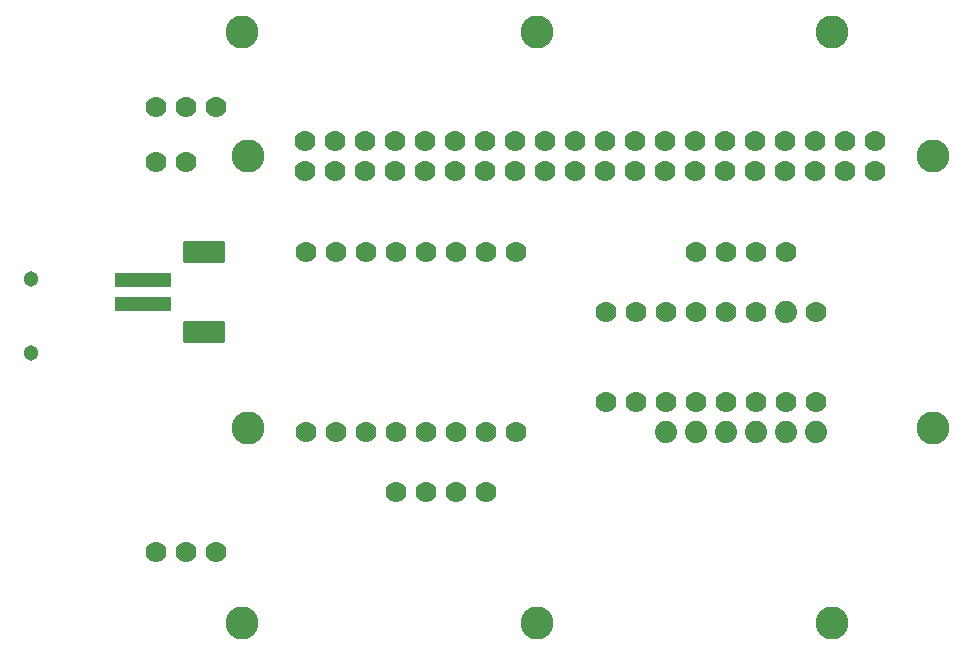
<source format=gbr>
%TF.GenerationSoftware,KiCad,Pcbnew,(6.0.7-1)-1*%
%TF.CreationDate,2022-09-15T19:16:24-07:00*%
%TF.ProjectId,KamiPCBv2,4b616d69-5043-4427-9632-2e6b69636164,rev?*%
%TF.SameCoordinates,Original*%
%TF.FileFunction,Soldermask,Bot*%
%TF.FilePolarity,Negative*%
%FSLAX46Y46*%
G04 Gerber Fmt 4.6, Leading zero omitted, Abs format (unit mm)*
G04 Created by KiCad (PCBNEW (6.0.7-1)-1) date 2022-09-15 19:16:24*
%MOMM*%
%LPD*%
G01*
G04 APERTURE LIST*
G04 Aperture macros list*
%AMRoundRect*
0 Rectangle with rounded corners*
0 $1 Rounding radius*
0 $2 $3 $4 $5 $6 $7 $8 $9 X,Y pos of 4 corners*
0 Add a 4 corners polygon primitive as box body*
4,1,4,$2,$3,$4,$5,$6,$7,$8,$9,$2,$3,0*
0 Add four circle primitives for the rounded corners*
1,1,$1+$1,$2,$3*
1,1,$1+$1,$4,$5*
1,1,$1+$1,$6,$7*
1,1,$1+$1,$8,$9*
0 Add four rect primitives between the rounded corners*
20,1,$1+$1,$2,$3,$4,$5,0*
20,1,$1+$1,$4,$5,$6,$7,0*
20,1,$1+$1,$6,$7,$8,$9,0*
20,1,$1+$1,$8,$9,$2,$3,0*%
G04 Aperture macros list end*
%ADD10C,1.778000*%
%ADD11RoundRect,0.101600X-2.300000X0.500000X-2.300000X-0.500000X2.300000X-0.500000X2.300000X0.500000X0*%
%ADD12RoundRect,0.101600X-1.700000X-0.800000X1.700000X-0.800000X1.700000X0.800000X-1.700000X0.800000X0*%
%ADD13C,1.301600*%
%ADD14C,2.800000*%
%ADD15C,1.879600*%
G04 APERTURE END LIST*
D10*
%TO.C,*%
X157480000Y-101600000D03*
%TD*%
%TO.C,*%
X160020000Y-101600000D03*
%TD*%
%TO.C,*%
X162560000Y-101600000D03*
%TD*%
%TO.C,*%
X165100000Y-101600000D03*
%TD*%
D11*
%TO.C,X1*%
X110600000Y-106000000D03*
X110600000Y-104000000D03*
D12*
X115800000Y-101600000D03*
X115800000Y-108400000D03*
%TD*%
D13*
%TO.C,*%
X101140000Y-110125000D03*
%TD*%
%TO.C,*%
X101140000Y-103875000D03*
%TD*%
D14*
%TO.C,RPI1*%
X119500757Y-93503271D03*
X119500757Y-116503271D03*
X177500757Y-116503271D03*
X177500757Y-93503271D03*
D10*
X124370757Y-94773271D03*
X124370757Y-92233271D03*
X126910757Y-94773271D03*
X126910757Y-92233271D03*
X129450757Y-94773271D03*
X129450757Y-92233271D03*
X131990757Y-94773271D03*
X131990757Y-92233271D03*
X134530757Y-94773271D03*
X134530757Y-92233271D03*
X137070757Y-94773271D03*
X137070757Y-92233271D03*
X139610757Y-94773271D03*
X139610757Y-92233271D03*
X142150757Y-94773271D03*
X142150757Y-92233271D03*
X144690757Y-94773271D03*
X144690757Y-92233271D03*
X147230757Y-94773271D03*
X147230757Y-92233271D03*
X149770757Y-94773271D03*
X149770757Y-92233271D03*
X152310757Y-94773271D03*
X152310757Y-92233271D03*
X154850757Y-94773271D03*
X154850757Y-92233271D03*
X157390757Y-94773271D03*
X157390757Y-92233271D03*
X159930757Y-94773271D03*
X159930757Y-92233271D03*
X162470757Y-94773271D03*
X162470757Y-92233271D03*
X165010757Y-94773271D03*
X165010757Y-92233271D03*
X167550757Y-94773271D03*
X167550757Y-92233271D03*
X170090757Y-94773271D03*
X170090757Y-92233271D03*
X172630757Y-94773271D03*
X172630757Y-92233271D03*
%TD*%
D15*
%TO.C,*%
X167640000Y-116840000D03*
%TD*%
%TO.C,*%
X154940000Y-116840000D03*
%TD*%
%TO.C,*%
X160020000Y-116840000D03*
%TD*%
%TO.C,*%
X165100000Y-116840000D03*
%TD*%
D10*
%TO.C,*%
X149860000Y-114300000D03*
%TD*%
%TO.C,*%
X137160000Y-101600000D03*
%TD*%
D14*
%TO.C,*%
X144000800Y-83003300D03*
%TD*%
D10*
%TO.C,*%
X132080000Y-101600000D03*
%TD*%
%TO.C,*%
X152400000Y-114300000D03*
%TD*%
%TO.C,*%
X149860000Y-106680000D03*
%TD*%
D15*
%TO.C,*%
X165100000Y-106680000D03*
%TD*%
D14*
%TO.C,*%
X119000800Y-83003300D03*
%TD*%
D10*
%TO.C,*%
X114300000Y-89360000D03*
%TD*%
%TO.C,*%
X154940000Y-114300000D03*
%TD*%
D14*
%TO.C,*%
X169000800Y-133003300D03*
%TD*%
D10*
%TO.C,*%
X137160000Y-116840000D03*
%TD*%
%TO.C,*%
X157480000Y-114300000D03*
%TD*%
%TO.C,*%
X129540000Y-116840000D03*
%TD*%
%TO.C,*%
X137160000Y-121920000D03*
%TD*%
%TO.C,*%
X134620000Y-121920000D03*
%TD*%
%TO.C,*%
X127000000Y-101600000D03*
%TD*%
%TO.C,*%
X124460000Y-116840000D03*
%TD*%
%TO.C,*%
X129540000Y-101600000D03*
%TD*%
%TO.C,*%
X167640000Y-106680000D03*
%TD*%
%TO.C,*%
X111760000Y-89360000D03*
%TD*%
%TO.C,*%
X154940000Y-106680000D03*
%TD*%
%TO.C,*%
X139700000Y-121920000D03*
%TD*%
%TO.C,*%
X111760000Y-93980000D03*
%TD*%
%TO.C,*%
X139700000Y-101600000D03*
%TD*%
%TO.C,*%
X124460000Y-101600000D03*
%TD*%
%TO.C,*%
X165100000Y-114300000D03*
%TD*%
%TO.C,*%
X160020000Y-106680000D03*
%TD*%
%TO.C,*%
X114300000Y-127000000D03*
%TD*%
%TO.C,*%
X111760000Y-127000000D03*
%TD*%
%TO.C,*%
X152400000Y-106680000D03*
%TD*%
%TO.C,*%
X160020000Y-114300000D03*
%TD*%
%TO.C,*%
X139700000Y-116840000D03*
%TD*%
%TO.C,*%
X167640000Y-114300000D03*
%TD*%
D14*
%TO.C,*%
X119000800Y-133003300D03*
%TD*%
%TO.C,*%
X144000800Y-133003300D03*
%TD*%
D10*
%TO.C,*%
X134620000Y-116840000D03*
%TD*%
%TO.C,*%
X162560000Y-106680000D03*
%TD*%
%TO.C,*%
X142240000Y-101600000D03*
%TD*%
%TO.C,*%
X142240000Y-116840000D03*
%TD*%
%TO.C,*%
X162560000Y-114300000D03*
%TD*%
D15*
%TO.C,*%
X157480000Y-116840000D03*
%TD*%
D10*
%TO.C,*%
X134620000Y-101600000D03*
%TD*%
%TO.C,*%
X127000000Y-116840000D03*
%TD*%
D15*
%TO.C,*%
X162560000Y-116840000D03*
%TD*%
D10*
%TO.C,*%
X132080000Y-121920000D03*
%TD*%
%TO.C,*%
X132080000Y-116840000D03*
%TD*%
%TO.C,*%
X116840000Y-89360000D03*
%TD*%
%TO.C,*%
X157480000Y-106680000D03*
%TD*%
D14*
%TO.C,*%
X169000800Y-83003300D03*
%TD*%
D10*
%TO.C,*%
X116840000Y-127000000D03*
%TD*%
%TO.C,*%
X114300000Y-93980000D03*
%TD*%
M02*

</source>
